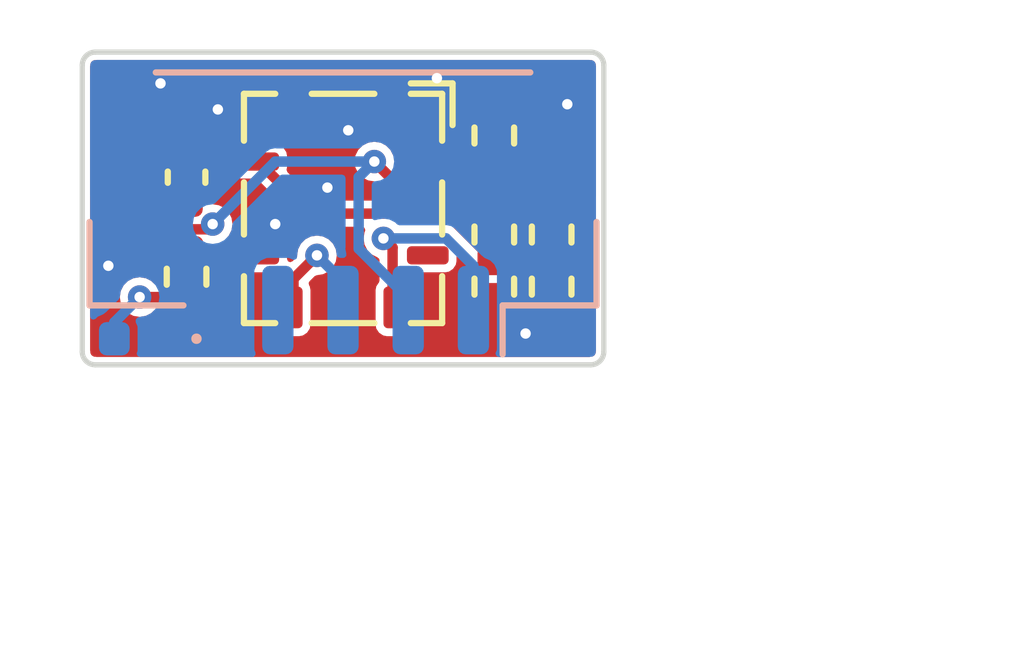
<source format=kicad_pcb>
(kicad_pcb (version 20211014) (generator pcbnew)
  (layers (0 "F.Cu" signal) (31 "B.Cu" signal) (34 "B.Paste" user) (35 "F.Paste" user) (36 "B.SilkS" user "B.Silkscreen") (37 "F.SilkS" user "F.Silkscreen") (38 "B.Mask" user) (39 "F.Mask" user) (44 "Edge.Cuts" user))
  (net 0 "")
  (net 1 "+5V")
  (net 2 "GND")
  (net 3 "Net-(D101-Pad2)")
  (net 4 "Net-(J101-Pad1)")
  (net 5 "Net-(J101-Pad3)")
  (net 7 "Net-(R101-Pad2)")
  (net 8 "/SEL_2X")
  (net 9 "/SEL_4X")
  (footprint "Resistor_SMD:R_0402_1005Metric" (layer "F.Cu") (at 154 100.5 -90)
    (fp_text reference "R102" hide)
    (fp_text value "DNP")
    (fp_line (start -0.153641 -0.38) (end 0.153641 -0.38) (layer "F.SilkS") (width 0.12))
    (fp_line (start -0.153641 0.38) (end 0.153641 0.38) (layer "F.SilkS") (width 0.12))
    (pad "1" smd roundrect locked (at -0.51 0 270) (size 0.54 0.64) (layers "F.Cu" "F.Paste" "F.Mask") (net 1 "+5V"))
    (pad "2" smd roundrect locked (at 0.51 0 270) (size 0.54 0.64) (layers "F.Cu" "F.Paste" "F.Mask") (net 8 "/SEL_2X"))
  )
  (footprint "Resistor_SMD:R_0402_1005Metric" (layer "F.Cu") (at 152.9 101.5 -90)
    (fp_text reference "R105" hide)
    (fp_text value "DNP")
    (fp_line (start -0.153641 0.38) (end 0.153641 0.38) (layer "F.SilkS") (width 0.12))
    (fp_line (start -0.153641 -0.38) (end 0.153641 -0.38) (layer "F.SilkS") (width 0.12))
    (pad "1" smd roundrect locked (at -0.51 0 270) (size 0.54 0.64) (layers "F.Cu" "F.Paste" "F.Mask") (net 9 "/SEL_4X"))
    (pad "2" smd roundrect locked (at 0.51 0 270) (size 0.54 0.64) (layers "F.Cu" "F.Paste" "F.Mask") (net 2 "GND"))
  )
  (footprint "Resistor_SMD:R_0402_1005Metric" (layer "F.Cu") (at 147 101.31 -90)
    (fp_text reference "R106" hide)
    (fp_text value "1k")
    (fp_line (start -0.153641 -0.38) (end 0.153641 -0.38) (layer "F.SilkS") (width 0.12))
    (fp_line (start -0.153641 0.38) (end 0.153641 0.38) (layer "F.SilkS") (width 0.12))
    (pad "1" smd roundrect locked (at -0.51 0 270) (size 0.54 0.64) (layers "F.Cu" "F.Paste" "F.Mask") (net 1 "+5V"))
    (pad "2" smd roundrect locked (at 0.51 0 270) (size 0.54 0.64) (layers "F.Cu" "F.Paste" "F.Mask") (net 3 "Net-(D101-Pad2)"))
  )
  (footprint "Resistor_SMD:R_0402_1005Metric" (layer "F.Cu") (at 154 101.5 -90)
    (fp_text reference "R103" hide)
    (fp_text value "0")
    (fp_line (start -0.153641 0.38) (end 0.153641 0.38) (layer "F.SilkS") (width 0.12))
    (fp_line (start -0.153641 -0.38) (end 0.153641 -0.38) (layer "F.SilkS") (width 0.12))
    (pad "1" smd roundrect locked (at -0.51 0 270) (size 0.54 0.64) (layers "F.Cu" "F.Paste" "F.Mask") (net 8 "/SEL_2X"))
    (pad "2" smd roundrect locked (at 0.51 0 270) (size 0.54 0.64) (layers "F.Cu" "F.Paste" "F.Mask") (net 2 "GND"))
  )
  (footprint "Resistor_SMD:R_0402_1005Metric" (layer "F.Cu") (at 152.9 100.5 -90)
    (fp_text reference "R104" hide)
    (fp_text value "0")
    (fp_line (start -0.153641 0.38) (end 0.153641 0.38) (layer "F.SilkS") (width 0.12))
    (fp_line (start -0.153641 -0.38) (end 0.153641 -0.38) (layer "F.SilkS") (width 0.12))
    (pad "1" smd roundrect locked (at -0.51 0 270) (size 0.54 0.64) (layers "F.Cu" "F.Paste" "F.Mask") (net 1 "+5V"))
    (pad "2" smd roundrect locked (at 0.51 0 270) (size 0.54 0.64) (layers "F.Cu" "F.Paste" "F.Mask") (net 9 "/SEL_4X"))
  )
  (footprint "AEDR-8600:AEDR-8600" (layer "F.Cu") (at 150 100)
    (fp_text reference "U101" hide)
    (fp_text value "AEDR-8600-100")
    (fp_line (start -1.9 0.5) (end -1.9 -0.5) (layer "F.SilkS") (width 0.12))
    (fp_line (start -0.6 -2.2) (end 0.6 -2.2) (layer "F.SilkS") (width 0.12))
    (fp_line (start 1.3 -2.4) (end 2.1 -2.4) (layer "F.SilkS") (width 0.12))
    (fp_line (start 1.9 2.2) (end 1.3 2.2) (layer "F.SilkS") (width 0.12))
    (fp_line (start 1.9 1.3) (end 1.9 2.2) (layer "F.SilkS") (width 0.12))
    (fp_line (start 1.9 -0.5) (end 1.9 0.5) (layer "F.SilkS") (width 0.12))
    (fp_line (start -1.3 2.2) (end -1.9 2.2) (layer "F.SilkS") (width 0.12))
    (fp_line (start -1.9 -1.3) (end -1.9 -2.2) (layer "F.SilkS") (width 0.12))
    (fp_line (start 2.1 -2.4) (end 2.1 -1.6) (layer "F.SilkS") (width 0.12))
    (fp_line (start 0.6 2.2) (end -0.6 2.2) (layer "F.SilkS") (width 0.12))
    (fp_line (start 1.9 -2.2) (end 1.9 -1.3) (layer "F.SilkS") (width 0.12))
    (fp_line (start -1.9 -2.2) (end -1.3 -2.2) (layer "F.SilkS") (width 0.12))
    (fp_line (start -1.9 2.2) (end -1.9 1.3) (layer "F.SilkS") (width 0.12))
    (fp_line (start 1.3 -2.2) (end 1.9 -2.2) (layer "F.SilkS") (width 0.12))
    (pad "1" smd roundrect (at 0.95 -1.9) (size 0.35 0.8) (layers "F.Cu" "F.Paste" "F.Mask") (net 7 "Net-(R101-Pad2)"))
    (pad "2" smd roundrect (at 1.625 -0.9) (size 0.8 0.35) (layers "F.Cu" "F.Paste" "F.Mask") (net 8 "/SEL_2X"))
    (pad "3" smd roundrect (at 1.625 0.9) (size 0.8 0.35) (layers "F.Cu" "F.Paste" "F.Mask"))
    (pad "4" smd roundrect (at 0.95 1.9) (size 0.35 0.8) (layers "F.Cu" "F.Paste" "F.Mask") (net 4 "Net-(J101-Pad1)"))
    (pad "5" smd roundrect (at -0.95 1.9) (size 0.35 0.8) (layers "F.Cu" "F.Paste" "F.Mask") (net 5 "Net-(J101-Pad3)"))
    (pad "6" smd roundrect (at -1.625 0.9) (size 0.8 0.35) (layers "F.Cu" "F.Paste" "F.Mask") (net 1 "+5V"))
    (pad "7" smd roundrect (at -1.625 -0.9) (size 0.8 0.35) (layers "F.Cu" "F.Paste" "F.Mask") (net 9 "/SEL_4X"))
    (pad "8" smd roundrect (at -0.95 -1.9) (size 0.35 0.8) (layers "F.Cu" "F.Paste" "F.Mask") (net 2 "GND"))
  )
  (footprint "Capacitor_SMD:C_0402_1005Metric" (layer "F.Cu") (at 147 99.4 90)
    (fp_text reference "C101" hide)
    (fp_text value "1u")
    (fp_line (start -0.107836 -0.36) (end 0.107836 -0.36) (layer "F.SilkS") (width 0.12))
    (fp_line (start -0.107836 0.36) (end 0.107836 0.36) (layer "F.SilkS") (width 0.12))
    (pad "1" smd roundrect locked (at -0.48 0 90) (size 0.56 0.62) (layers "F.Cu" "F.Paste" "F.Mask") (net 1 "+5V"))
    (pad "2" smd roundrect locked (at 0.48 0 90) (size 0.56 0.62) (layers "F.Cu" "F.Paste" "F.Mask") (net 2 "GND"))
  )
  (footprint "Resistor_SMD:R_0402_1005Metric" (layer "F.Cu") (at 152.9 98.6 90)
    (fp_text reference "R101" hide)
    (fp_text value "180")
    (fp_line (start -0.153641 0.38) (end 0.153641 0.38) (layer "F.SilkS") (width 0.12))
    (fp_line (start -0.153641 -0.38) (end 0.153641 -0.38) (layer "F.SilkS") (width 0.12))
    (pad "1" smd roundrect locked (at -0.51 0 90) (size 0.54 0.64) (layers "F.Cu" "F.Paste" "F.Mask") (net 1 "+5V"))
    (pad "2" smd roundrect locked (at 0.51 0 90) (size 0.54 0.64) (layers "F.Cu" "F.Paste" "F.Mask") (net 7 "Net-(R101-Pad2)"))
  )
  (footprint "Connector_JST:JST_GH_BM05B-GHS-TBT_1x05-1MP_P1.25mm_Vertical" (layer "B.Cu") (at 150 100 180)
    (fp_text reference "J101" hide)
    (fp_text value "BM05B-GHS")
    (fp_line (start -4.86 -0.26) (end -4.86 -1.86) (layer "B.SilkS") (width 0.12))
    (fp_line (start -3.59 2.61) (end 3.59 2.61) (layer "B.SilkS") (width 0.12))
    (fp_line (start 4.86 -0.26) (end 4.86 -1.86) (layer "B.SilkS") (width 0.12))
    (fp_line (start -4.86 -1.86) (end -3.06 -1.86) (layer "B.SilkS") (width 0.12))
    (fp_line (start -3.06 -1.86) (end -3.06 -2.8) (layer "B.SilkS") (width 0.12))
    (fp_line (start 4.86 -1.86) (end 3.06 -1.86) (layer "B.SilkS") (width 0.12))
    (pad "1" smd roundrect locked (at -2.5 -1.95 180) (size 0.6 1.7) (layers "B.Cu" "B.Paste" "B.Mask") (net 4 "Net-(J101-Pad1)"))
    (pad "2" smd roundrect locked (at -1.25 -1.95 180) (size 0.6 1.7) (layers "B.Cu" "B.Paste" "B.Mask") (net 1 "+5V"))
    (pad "3" smd roundrect locked (at 0 -1.95 180) (size 0.6 1.7) (layers "B.Cu" "B.Paste" "B.Mask") (net 5 "Net-(J101-Pad3)"))
    (pad "4" smd roundrect locked (at 1.25 -1.95 180) (size 0.6 1.7) (layers "B.Cu" "B.Paste" "B.Mask"))
    (pad "5" smd roundrect locked (at 2.5 -1.95 180) (size 0.6 1.7) (layers "B.Cu" "B.Paste" "B.Mask") (net 2 "GND"))
    (pad "MP" smd roundrect locked (at 4.35 1.4 180) (size 1 2.8) (layers "B.Cu" "B.Paste" "B.Mask") (net 2 "GND"))
    (pad "MP" smd roundrect locked (at -4.35 1.4 180) (size 1 2.8) (layers "B.Cu" "B.Paste" "B.Mask") (net 2 "GND"))
  )
  (footprint "LED_SMD:LED_0402_1005Metric" (layer "B.Cu") (at 146.1 102.5 180)
    (fp_text reference "D101" hide)
    (fp_text value "blue")
    (fp_circle (center -1.09 0) (end -1.04 0) (layer "B.SilkS") (width 0.1) (fill none))
    (pad "1" smd roundrect locked (at -0.485 0 180) (size 0.59 0.64) (layers "B.Cu" "B.Paste" "B.Mask") (net 2 "GND"))
    (pad "2" smd roundrect locked (at 0.485 0 180) (size 0.59 0.64) (layers "B.Cu" "B.Paste" "B.Mask") (net 3 "Net-(D101-Pad2)"))
  )
  (gr_line (start 154.75 103) (end 145.25 103) (layer "Edge.Cuts") (width 0.1))
  (gr_arc (start 155 102.75) (mid 154.926777 102.926777) (end 154.75 103) (layer "Edge.Cuts") (width 0.1))
  (gr_line (start 145 102.75) (end 145 97.25) (layer "Edge.Cuts") (width 0.1))
  (gr_arc (start 154.75 97) (mid 154.926777 97.073223) (end 155 97.25) (layer "Edge.Cuts") (width 0.1))
  (gr_arc (start 145 97.25) (mid 145.073223 97.073223) (end 145.25 97) (layer "Edge.Cuts") (width 0.1))
  (gr_line (start 145.25 97) (end 154.75 97) (layer "Edge.Cuts") (width 0.1))
  (gr_line (start 155 97.25) (end 155 102.75) (layer "Edge.Cuts") (width 0.1))
  (gr_arc (start 145.25 103) (mid 145.073223 102.926777) (end 145 102.75) (layer "Edge.Cuts") (width 0.1))
  (segment (start 151.28838 99.7) (end 152.61 99.7) (width 0.2) (layer "F.Cu") (net 1))
  (segment (start 151.068235 99.568235) (end 151.156616 99.568236) (width 0.2) (layer "F.Cu") (net 1))
  (segment (start 148.375 100.9) (end 147.1 100.9) (width 0.2) (layer "F.Cu") (net 1))
  (segment (start 147.4 100.4) (end 147.5 100.3) (width 0.2) (layer "F.Cu") (net 1))
  (segment (start 152.61 99.7) (end 152.9 99.99) (width 0.2) (layer "F.Cu") (net 1))
  (segment (start 150.6 99.1) (end 151.068235 99.568235) (width 0.2) (layer "F.Cu") (net 1))
  (segment (start 147 99.88) (end 147 100.4) (width 0.2) (layer "F.Cu") (net 1))
  (segment (start 147 100.4) (end 147 100.8) (width 0.2) (layer "F.Cu") (net 1))
  (segment (start 151.156616 99.568236) (end 151.28838 99.7) (width 0.2) (layer "F.Cu") (net 1))
  (segment (start 154 99.99) (end 152.9 99.99) (width 0.2) (layer "F.Cu") (net 1))
  (segment (start 147.1 100.9) (end 147 100.8) (width 0.2) (layer "F.Cu") (net 1))
  (segment (start 147 100.4) (end 147.4 100.4) (width 0.2) (layer "F.Cu") (net 1))
  (segment (start 152.9 99.11) (end 152.9 99.99) (width 0.2) (layer "F.Cu") (net 1))
  (via (at 147.5 100.3) (size 0.45) (drill 0.2) (layers "F.Cu" "B.Cu") (net 1))
  (via (at 150.6 99.1) (size 0.45) (drill 0.2) (layers "F.Cu" "B.Cu") (net 1))
  (segment (start 148.7 99.1) (end 150.6 99.1) (width 0.2) (layer "B.Cu") (net 1))
  (segment (start 150.299374 99.400626) (end 150.299374 100.771046) (width 0.2) (layer "B.Cu") (net 1))
  (segment (start 150.299374 100.771046) (end 151.25 101.721672) (width 0.2) (layer "B.Cu") (net 1))
  (segment (start 151.25 101.721672) (end 151.25 101.95) (width 0.2) (layer "B.Cu") (net 1))
  (segment (start 147.5 100.3) (end 148.7 99.1) (width 0.2) (layer "B.Cu") (net 1))
  (segment (start 150.6 99.1) (end 150.299374 99.400626) (width 0.2) (layer "B.Cu") (net 1))
  (segment (start 147 98.92) (end 147 98.7) (width 0.2) (layer "F.Cu") (net 2))
  (segment (start 153.49 102.01) (end 153.49 102.39) (width 0.2) (layer "F.Cu") (net 2))
  (segment (start 147 98.7) (end 147.6 98.1) (width 0.2) (layer "F.Cu") (net 2))
  (segment (start 153.49 102.01) (end 152.9 102.01) (width 0.2) (layer "F.Cu") (net 2))
  (segment (start 149.05 98.1) (end 147.6 98.1) (width 0.2) (layer "F.Cu") (net 2))
  (segment (start 154 102.01) (end 153.49 102.01) (width 0.2) (layer "F.Cu") (net 2))
  (segment (start 153.49 102.39) (end 153.5 102.4) (width 0.2) (layer "F.Cu") (net 2))
  (via (at 147.6 98.1) (size 0.45) (drill 0.2) (layers "F.Cu" "B.Cu") (net 2))
  (via (at 145.5 101.1) (size 0.45) (drill 0.2) (layers "F.Cu" "B.Cu") (net 2))
  (via (at 154.3 98) (size 0.45) (drill 0.2) (layers "F.Cu" "B.Cu") (net 2))
  (via (at 149.7 99.6) (size 0.45) (drill 0.2) (layers "F.Cu" "B.Cu") (net 2))
  (via (at 146.5 97.6) (size 0.45) (drill 0.2) (layers "F.Cu" "B.Cu") (net 2))
  (via (at 151.8 97.5) (size 0.45) (drill 0.2) (layers "F.Cu" "B.Cu") (net 2))
  (via (at 148.7 100.3) (size 0.45) (drill 0.2) (layers "F.Cu" "B.Cu") (net 2))
  (via (at 150.1 98.5) (size 0.45) (drill 0.2) (layers "F.Cu" "B.Cu") (net 2))
  (via (at 153.5 102.4) (size 0.45) (drill 0.2) (layers "F.Cu" "B.Cu") (net 2))
  (segment (start 154.35 101.55) (end 154.35 98.6) (width 0.2) (layer "B.Cu") (net 2))
  (segment (start 146.15 98.1) (end 145.65 98.6) (width 0.2) (layer "B.Cu") (net 2))
  (segment (start 147.5 101.95) (end 146.2 100.65) (width 0.2) (layer "B.Cu") (net 2))
  (segment (start 146.2 100.65) (end 146.2 100.6) (width 0.2) (layer "B.Cu") (net 2))
  (segment (start 153.5 102.4) (end 154.35 101.55) (width 0.2) (layer "B.Cu") (net 2))
  (segment (start 147.5 101.95) (end 147.135 101.95) (width 0.2) (layer "B.Cu") (net 2))
  (segment (start 153.65 97.9) (end 147.8 97.9) (width 0.2) (layer "B.Cu") (net 2))
  (segment (start 147.135 101.95) (end 146.585 102.5) (width 0.2) (layer "B.Cu") (net 2))
  (segment (start 147.8 97.9) (end 147.6 98.1) (width 0.2) (layer "B.Cu") (net 2))
  (segment (start 145.65 100.05) (end 145.65 98.6) (width 0.2) (layer "B.Cu") (net 2))
  (segment (start 154.35 98.6) (end 153.65 97.9) (width 0.2) (layer "B.Cu") (net 2))
  (segment (start 146.2 100.6) (end 145.65 100.05) (width 0.2) (layer "B.Cu") (net 2))
  (segment (start 147.6 98.1) (end 146.15 98.1) (width 0.2) (layer "B.Cu") (net 2))
  (segment (start 146.88 101.7) (end 147 101.82) (width 0.2) (layer "F.Cu") (net 3))
  (segment (start 146.1 101.7) (end 146.88 101.7) (width 0.2) (layer "F.Cu") (net 3))
  (via (at 146.1 101.7) (size 0.45) (drill 0.2) (layers "F.Cu" "B.Cu") (net 3))
  (segment (start 145.615 102.5) (end 145.615 102.185) (width 0.2) (layer "B.Cu") (net 3))
  (segment (start 145.615 102.185) (end 146.1 101.7) (width 0.2) (layer "B.Cu") (net 3))
  (segment (start 150.95 101.9) (end 150.95 100.750625) (width 0.2) (layer "F.Cu") (net 4))
  (segment (start 150.95 100.750625) (end 150.773875 100.5745) (width 0.2) (layer "F.Cu") (net 4))
  (via (at 150.773875 100.5745) (size 0.45) (drill 0.2) (layers "F.Cu" "B.Cu") (net 4))
  (segment (start 151.974499 100.5745) (end 150.773875 100.5745) (width 0.2) (layer "B.Cu") (net 4))
  (segment (start 152.5 101.100001) (end 151.974499 100.5745) (width 0.2) (layer "B.Cu") (net 4))
  (segment (start 152.5 101.95) (end 152.5 101.100001) (width 0.2) (layer "B.Cu") (net 4))
  (segment (start 149.05 101.35) (end 149.5 100.9) (width 0.2) (layer "F.Cu") (net 5))
  (segment (start 149.05 101.9) (end 149.05 101.35) (width 0.2) (layer "F.Cu") (net 5))
  (via (at 149.5 100.9) (size 0.45) (drill 0.2) (layers "F.Cu" "B.Cu") (net 5))
  (segment (start 150 101.4) (end 149.5 100.9) (width 0.2) (layer "B.Cu") (net 5))
  (segment (start 150 101.95) (end 150 101.4) (width 0.2) (layer "B.Cu") (net 5))
  (segment (start 152.9 98.09) (end 150.96 98.09) (width 0.2) (layer "F.Cu") (net 7))
  (segment (start 150.96 98.09) (end 150.95 98.1) (width 0.2) (layer "F.Cu") (net 7))
  (segment (start 154 101.01) (end 154 100.99) (width 0.2) (layer "F.Cu") (net 8))
  (segment (start 154.21 100.99) (end 154.6 100.6) (width 0.2) (layer "F.Cu") (net 8))
  (segment (start 154 100.99) (end 154.21 100.99) (width 0.2) (layer "F.Cu") (net 8))
  (segment (start 154.6 100.6) (end 154.61952 100.58048) (width 0.2) (layer "F.Cu") (net 8))
  (segment (start 152.125 98.6) (end 152.4 98.6) (width 0.2) (layer "F.Cu") (net 8))
  (segment (start 154.2 99.1) (end 153.7 98.6) (width 0.2) (layer "F.Cu") (net 8))
  (segment (start 154.61952 99.51952) (end 154.2 99.1) (width 0.2) (layer "F.Cu") (net 8))
  (segment (start 154.61952 100.58048) (end 154.61952 99.51952) (width 0.2) (layer "F.Cu") (net 8))
  (segment (start 153.7 98.6) (end 153.328244 98.6) (width 0.2) (layer "F.Cu") (net 8))
  (segment (start 152.4 98.6) (end 153.328244 98.6) (width 0.127) (layer "F.Cu") (net 8))
  (segment (start 151.625 99.1) (end 152.125 98.6) (width 0.2) (layer "F.Cu") (net 8))
  (segment (start 151.99 100.1) (end 149.375 100.1) (width 0.2) (layer "F.Cu") (net 9))
  (segment (start 152.9 101.01) (end 151.99 100.1) (width 0.2) (layer "F.Cu") (net 9))
  (segment (start 149.375 100.1) (end 148.375 99.1) (width 0.2) (layer "F.Cu") (net 9))
  (zone (net 2) (net_name "GND") (layers F&B.Cu) (name "GND") (priority 10) (connect_pads yes (clearance 0.15)) (min_thickness 0.127) (fill yes (thermal_gap 0.508) (thermal_bridge_width 0.508) (smoothing fillet) (radius 0.1))
    (polygon (pts (xy 156 104) (xy 144 104) (xy 144 96) (xy 156 96)))
  )
)
</source>
